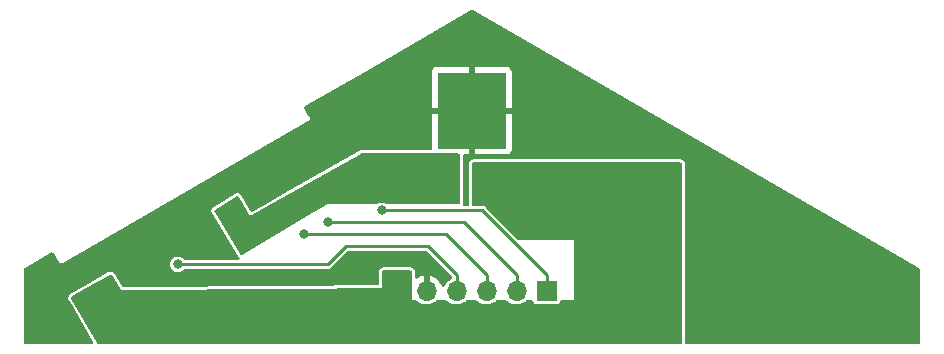
<source format=gbr>
%TF.GenerationSoftware,KiCad,Pcbnew,(6.0.2)*%
%TF.CreationDate,2022-06-07T19:59:30+02:00*%
%TF.ProjectId,cup_connect,6375705f-636f-46e6-9e65-63742e6b6963,rev?*%
%TF.SameCoordinates,Original*%
%TF.FileFunction,Copper,L2,Bot*%
%TF.FilePolarity,Positive*%
%FSLAX46Y46*%
G04 Gerber Fmt 4.6, Leading zero omitted, Abs format (unit mm)*
G04 Created by KiCad (PCBNEW (6.0.2)) date 2022-06-07 19:59:30*
%MOMM*%
%LPD*%
G01*
G04 APERTURE LIST*
%TA.AperFunction,ComponentPad*%
%ADD10R,1.700000X1.700000*%
%TD*%
%TA.AperFunction,ComponentPad*%
%ADD11O,1.700000X1.700000*%
%TD*%
%TA.AperFunction,SMDPad,CuDef*%
%ADD12R,1.200000X2.200000*%
%TD*%
%TA.AperFunction,SMDPad,CuDef*%
%ADD13R,5.800000X6.400000*%
%TD*%
%TA.AperFunction,ViaPad*%
%ADD14C,0.800000*%
%TD*%
%TA.AperFunction,Conductor*%
%ADD15C,0.250000*%
%TD*%
G04 APERTURE END LIST*
D10*
%TO.P,J2,1,Pin_1*%
%TO.N,touch*%
X6325000Y-24130000D03*
D11*
%TO.P,J2,2,Pin_2*%
%TO.N,I2C_SDA*%
X3785000Y-24130000D03*
%TO.P,J2,3,Pin_3*%
%TO.N,I2C_SCL*%
X1245000Y-24130000D03*
%TO.P,J2,4,Pin_4*%
%TO.N,LED_IN*%
X-1295000Y-24130000D03*
%TO.P,J2,5,Pin_5*%
%TO.N,GND*%
X-3835000Y-24130000D03*
%TO.P,J2,6,Pin_6*%
%TO.N,+5V*%
X-6375000Y-24130000D03*
%TD*%
D12*
%TO.P,U1,1,VI*%
%TO.N,+5V*%
X2280000Y-15122000D03*
D13*
%TO.P,U1,2,GND*%
%TO.N,GND*%
X0Y-8822000D03*
D12*
%TO.P,U1,3,VO*%
%TO.N,+3V3*%
X-2280000Y-15122000D03*
%TD*%
D14*
%TO.N,+3V3*%
X-6096000Y-14224000D03*
%TO.N,+5V*%
X5842000Y-14986000D03*
%TO.N,GND*%
X2032000Y-7112000D03*
X0Y-11176000D03*
X-2032000Y-9144000D03*
X0Y-9144000D03*
X-24688800Y-20015200D03*
X-22504400Y-18745200D03*
X0Y-7112000D03*
X2032000Y-11176000D03*
X-2032000Y-7112000D03*
X2032000Y-9144000D03*
X-2032000Y-11176000D03*
%TO.N,+5V*%
X-31292800Y-23774400D03*
%TO.N,LED_IN*%
X-24892000Y-21844000D03*
%TO.N,touch*%
X-7620000Y-17272000D03*
%TO.N,I2C_SDA*%
X-12192000Y-18288000D03*
%TO.N,I2C_SCL*%
X-14224000Y-19304000D03*
%TD*%
D15*
%TO.N,touch*%
X6325000Y-22708000D02*
X889000Y-17272000D01*
X6325000Y-24130000D02*
X6325000Y-22708000D01*
%TO.N,I2C_SDA*%
X3785000Y-22708000D02*
X-635000Y-18288000D01*
X3785000Y-24130000D02*
X3785000Y-22708000D01*
%TO.N,I2C_SCL*%
X1245000Y-22708000D02*
X-2159000Y-19304000D01*
X1245000Y-24130000D02*
X1245000Y-22708000D01*
%TO.N,LED_IN*%
X-1295000Y-24130000D02*
X-1295000Y-22708000D01*
X-1295000Y-22708000D02*
X-3683000Y-20320000D01*
X-10668000Y-20320000D02*
X-12192000Y-21844000D01*
X-3683000Y-20320000D02*
X-10668000Y-20320000D01*
X-12192000Y-21844000D02*
X-24892000Y-21844000D01*
%TO.N,touch*%
X889000Y-17272000D02*
X-7620000Y-17272000D01*
%TO.N,I2C_SDA*%
X-635000Y-18288000D02*
X-12192000Y-18288000D01*
%TO.N,I2C_SCL*%
X-2159000Y-19304000D02*
X-14224000Y-19304000D01*
%TD*%
%TA.AperFunction,Conductor*%
%TO.N,+5V*%
G36*
X17722121Y-13228002D02*
G01*
X17768614Y-13281658D01*
X17780000Y-13334000D01*
X17780000Y-28470000D01*
X17759998Y-28538121D01*
X17706342Y-28584614D01*
X17654001Y-28596000D01*
X-19684722Y-28595999D01*
X-31628594Y-28595999D01*
X-31696715Y-28575997D01*
X-31737993Y-28532512D01*
X-33906374Y-24737844D01*
X-33922804Y-24668775D01*
X-33899285Y-24601788D01*
X-33859662Y-24566032D01*
X-32646036Y-23869970D01*
X-30638555Y-22718602D01*
X-30569513Y-22702061D01*
X-30502488Y-22725474D01*
X-30467472Y-22763666D01*
X-29808311Y-23876000D01*
X-29718000Y-24028400D01*
X-15312887Y-23929054D01*
X-7638117Y-23876125D01*
X-7620000Y-23876000D01*
X-7620000Y-22478000D01*
X-7599998Y-22409879D01*
X-7546342Y-22363386D01*
X-7494000Y-22352000D01*
X-5206000Y-22352000D01*
X-5137879Y-22372002D01*
X-5091386Y-22425658D01*
X-5080000Y-22478000D01*
X-5080000Y-24892000D01*
X-4686979Y-24892000D01*
X-4618858Y-24912002D01*
X-4599058Y-24927746D01*
X-4537207Y-24987998D01*
X-4537202Y-24988002D01*
X-4533062Y-24992035D01*
X-4364280Y-25104812D01*
X-4358977Y-25107090D01*
X-4358974Y-25107092D01*
X-4227717Y-25163484D01*
X-4177772Y-25184942D01*
X-4104756Y-25201464D01*
X-3985421Y-25228467D01*
X-3985416Y-25228468D01*
X-3979784Y-25229742D01*
X-3974013Y-25229969D01*
X-3974011Y-25229969D01*
X-3914244Y-25232317D01*
X-3776947Y-25237712D01*
X-3669652Y-25222155D01*
X-3581769Y-25209413D01*
X-3581764Y-25209412D01*
X-3576055Y-25208584D01*
X-3570591Y-25206729D01*
X-3570586Y-25206728D01*
X-3389307Y-25145192D01*
X-3389302Y-25145190D01*
X-3383835Y-25143334D01*
X-3206724Y-25044147D01*
X-3159735Y-25005067D01*
X-3058808Y-24921126D01*
X-2993643Y-24892945D01*
X-2978238Y-24892000D01*
X-2146979Y-24892000D01*
X-2078858Y-24912002D01*
X-2059058Y-24927746D01*
X-1997207Y-24987998D01*
X-1997202Y-24988002D01*
X-1993062Y-24992035D01*
X-1824280Y-25104812D01*
X-1818977Y-25107090D01*
X-1818974Y-25107092D01*
X-1687717Y-25163484D01*
X-1637772Y-25184942D01*
X-1564756Y-25201464D01*
X-1445421Y-25228467D01*
X-1445416Y-25228468D01*
X-1439784Y-25229742D01*
X-1434013Y-25229969D01*
X-1434011Y-25229969D01*
X-1374244Y-25232317D01*
X-1236947Y-25237712D01*
X-1129652Y-25222155D01*
X-1041769Y-25209413D01*
X-1041764Y-25209412D01*
X-1036055Y-25208584D01*
X-1030591Y-25206729D01*
X-1030586Y-25206728D01*
X-849307Y-25145192D01*
X-849302Y-25145190D01*
X-843835Y-25143334D01*
X-666724Y-25044147D01*
X-619735Y-25005067D01*
X-518808Y-24921126D01*
X-453643Y-24892945D01*
X-438238Y-24892000D01*
X393021Y-24892000D01*
X461142Y-24912002D01*
X480942Y-24927746D01*
X542793Y-24987998D01*
X542798Y-24988002D01*
X546938Y-24992035D01*
X715720Y-25104812D01*
X721023Y-25107090D01*
X721026Y-25107092D01*
X852283Y-25163484D01*
X902228Y-25184942D01*
X975244Y-25201464D01*
X1094579Y-25228467D01*
X1094584Y-25228468D01*
X1100216Y-25229742D01*
X1105987Y-25229969D01*
X1105989Y-25229969D01*
X1165756Y-25232317D01*
X1303053Y-25237712D01*
X1410348Y-25222155D01*
X1498231Y-25209413D01*
X1498236Y-25209412D01*
X1503945Y-25208584D01*
X1509409Y-25206729D01*
X1509414Y-25206728D01*
X1690693Y-25145192D01*
X1690698Y-25145190D01*
X1696165Y-25143334D01*
X1873276Y-25044147D01*
X1920265Y-25005067D01*
X2021192Y-24921126D01*
X2086357Y-24892945D01*
X2101762Y-24892000D01*
X2933021Y-24892000D01*
X3001142Y-24912002D01*
X3020942Y-24927746D01*
X3082793Y-24987998D01*
X3082798Y-24988002D01*
X3086938Y-24992035D01*
X3255720Y-25104812D01*
X3261023Y-25107090D01*
X3261026Y-25107092D01*
X3392283Y-25163484D01*
X3442228Y-25184942D01*
X3515244Y-25201464D01*
X3634579Y-25228467D01*
X3634584Y-25228468D01*
X3640216Y-25229742D01*
X3645987Y-25229969D01*
X3645989Y-25229969D01*
X3705756Y-25232317D01*
X3843053Y-25237712D01*
X3950348Y-25222155D01*
X4038231Y-25209413D01*
X4038236Y-25209412D01*
X4043945Y-25208584D01*
X4049409Y-25206729D01*
X4049414Y-25206728D01*
X4230693Y-25145192D01*
X4230698Y-25145190D01*
X4236165Y-25143334D01*
X4413276Y-25044147D01*
X4460265Y-25005067D01*
X4561192Y-24921126D01*
X4626357Y-24892945D01*
X4641762Y-24892000D01*
X5095775Y-24892000D01*
X5163896Y-24912002D01*
X5210389Y-24965658D01*
X5220501Y-25003174D01*
X5220501Y-25005066D01*
X5235266Y-25079301D01*
X5242161Y-25089620D01*
X5242162Y-25089622D01*
X5282516Y-25150015D01*
X5291516Y-25163484D01*
X5375699Y-25219734D01*
X5449933Y-25234500D01*
X6324858Y-25234500D01*
X7200066Y-25234499D01*
X7235818Y-25227388D01*
X7262126Y-25222156D01*
X7262128Y-25222155D01*
X7274301Y-25219734D01*
X7284621Y-25212839D01*
X7284622Y-25212838D01*
X7348168Y-25170377D01*
X7358484Y-25163484D01*
X7414734Y-25079301D01*
X7429500Y-25005067D01*
X7429500Y-25003998D01*
X7455414Y-24939820D01*
X7513368Y-24898809D01*
X7554226Y-24892000D01*
X8636000Y-24892000D01*
X8636000Y-19812000D01*
X4017884Y-19812000D01*
X3949763Y-19791998D01*
X3928789Y-19775095D01*
X1195478Y-17041784D01*
X1180336Y-17023036D01*
X1179221Y-17021811D01*
X1173571Y-17013060D01*
X1165393Y-17006613D01*
X1165391Y-17006611D01*
X1147200Y-16992271D01*
X1142759Y-16988325D01*
X1142697Y-16988398D01*
X1138733Y-16985039D01*
X1135056Y-16981362D01*
X1119308Y-16970108D01*
X1114638Y-16966602D01*
X1074353Y-16934844D01*
X1065719Y-16931812D01*
X1058266Y-16926486D01*
X1009150Y-16911797D01*
X1003508Y-16909964D01*
X962633Y-16895610D01*
X962632Y-16895610D01*
X955149Y-16892982D01*
X949584Y-16892500D01*
X946876Y-16892500D01*
X944242Y-16892386D01*
X944144Y-16892357D01*
X944151Y-16892193D01*
X943447Y-16892149D01*
X937222Y-16890287D01*
X883365Y-16892403D01*
X878418Y-16892500D01*
X126000Y-16892500D01*
X57879Y-16872498D01*
X11386Y-16818842D01*
X0Y-16766500D01*
X0Y-13334000D01*
X20002Y-13265879D01*
X73658Y-13219386D01*
X126000Y-13208000D01*
X17654000Y-13208000D01*
X17722121Y-13228002D01*
G37*
%TD.AperFunction*%
%TD*%
%TA.AperFunction,Conductor*%
%TO.N,+3V3*%
G36*
X-1073879Y-12466002D02*
G01*
X-1027386Y-12519658D01*
X-1016000Y-12572000D01*
X-1016000Y-16638000D01*
X-1036002Y-16706121D01*
X-1089658Y-16752614D01*
X-1142000Y-16764000D01*
X-7158262Y-16764000D01*
X-7226383Y-16743998D01*
X-7231757Y-16739916D01*
X-7231815Y-16740000D01*
X-7238053Y-16735664D01*
X-7243725Y-16730611D01*
X-7251111Y-16726700D01*
X-7377012Y-16660039D01*
X-7377011Y-16660039D01*
X-7383726Y-16656484D01*
X-7537367Y-16617892D01*
X-7544966Y-16617852D01*
X-7544967Y-16617852D01*
X-7610819Y-16617507D01*
X-7695779Y-16617062D01*
X-7703159Y-16618834D01*
X-7703161Y-16618834D01*
X-7842437Y-16652271D01*
X-7842440Y-16652272D01*
X-7849816Y-16654043D01*
X-7990586Y-16726700D01*
X-7997748Y-16732948D01*
X-7999015Y-16733532D01*
X-8002591Y-16735962D01*
X-8002996Y-16735366D01*
X-8062228Y-16762657D01*
X-8080578Y-16764000D01*
X-12192000Y-16764000D01*
X-13917771Y-17775659D01*
X-19450404Y-21018926D01*
X-19519287Y-21036120D01*
X-19586531Y-21013344D01*
X-19622169Y-20975052D01*
X-21780342Y-17378097D01*
X-21798238Y-17309393D01*
X-21776149Y-17241921D01*
X-21739080Y-17206425D01*
X-19923149Y-16071468D01*
X-19854781Y-16052326D01*
X-19786918Y-16073185D01*
X-19746970Y-16115803D01*
X-19064918Y-17309393D01*
X-18796000Y-17780000D01*
X-17005905Y-16764000D01*
X-9426930Y-12462420D01*
X-9364736Y-12446000D01*
X-1142000Y-12446000D01*
X-1073879Y-12466002D01*
G37*
%TD.AperFunction*%
%TD*%
%TA.AperFunction,Conductor*%
%TO.N,GND*%
G36*
X63000Y-329667D02*
G01*
X37856808Y-22149931D01*
X37861782Y-22152803D01*
X37910775Y-22204185D01*
X37924782Y-22261971D01*
X37922348Y-28470049D01*
X37902319Y-28538162D01*
X37848645Y-28584634D01*
X37796348Y-28596000D01*
X18160000Y-28596000D01*
X18091879Y-28575998D01*
X18045386Y-28522342D01*
X18034000Y-28470000D01*
X18034000Y-13334000D01*
X18028196Y-13280010D01*
X18024374Y-13262440D01*
X18017170Y-13229322D01*
X18017168Y-13229315D01*
X18016810Y-13227668D01*
X18009616Y-13201445D01*
X17986403Y-13160680D01*
X17963638Y-13120702D01*
X17963635Y-13120698D01*
X17960575Y-13115324D01*
X17924697Y-13073918D01*
X17915922Y-13063791D01*
X17915917Y-13063786D01*
X17914082Y-13061668D01*
X17881498Y-13030227D01*
X17793681Y-12984291D01*
X17725560Y-12964289D01*
X17721101Y-12963648D01*
X17721097Y-12963647D01*
X17689780Y-12959145D01*
X17654000Y-12954000D01*
X126000Y-12954000D01*
X122653Y-12954360D01*
X122649Y-12954360D01*
X75374Y-12959442D01*
X75367Y-12959443D01*
X72010Y-12959804D01*
X68710Y-12960522D01*
X68709Y-12960522D01*
X21322Y-12970830D01*
X21315Y-12970832D01*
X19668Y-12971190D01*
X-6555Y-12978384D01*
X-47320Y-13001597D01*
X-87298Y-13024362D01*
X-87302Y-13024365D01*
X-92676Y-13027425D01*
X-97353Y-13031478D01*
X-129945Y-13059719D01*
X-146332Y-13073918D01*
X-177773Y-13106502D01*
X-223709Y-13194319D01*
X-243711Y-13262440D01*
X-254000Y-13334000D01*
X-254000Y-16766500D01*
X-274002Y-16834621D01*
X-327658Y-16881114D01*
X-380000Y-16892500D01*
X-657689Y-16892500D01*
X-725810Y-16872498D01*
X-772303Y-16818842D01*
X-782407Y-16748568D01*
X-778585Y-16731001D01*
X-772289Y-16709560D01*
X-762000Y-16638000D01*
X-762000Y-12656000D01*
X-741998Y-12587879D01*
X-688342Y-12541386D01*
X-636000Y-12530000D01*
X-272115Y-12530000D01*
X-256876Y-12525525D01*
X-255671Y-12524135D01*
X-254000Y-12516452D01*
X-254000Y-12511884D01*
X254000Y-12511884D01*
X258475Y-12527123D01*
X259865Y-12528328D01*
X267548Y-12529999D01*
X2944669Y-12529999D01*
X2951490Y-12529629D01*
X3002352Y-12524105D01*
X3017604Y-12520479D01*
X3138054Y-12475324D01*
X3153649Y-12466786D01*
X3255724Y-12390285D01*
X3268285Y-12377724D01*
X3344786Y-12275649D01*
X3353324Y-12260054D01*
X3398478Y-12139606D01*
X3402105Y-12124351D01*
X3407631Y-12073486D01*
X3408000Y-12066672D01*
X3408000Y-9094115D01*
X3403525Y-9078876D01*
X3402135Y-9077671D01*
X3394452Y-9076000D01*
X272115Y-9076000D01*
X256876Y-9080475D01*
X255671Y-9081865D01*
X254000Y-9089548D01*
X254000Y-12511884D01*
X-254000Y-12511884D01*
X-254000Y-9094115D01*
X-258475Y-9078876D01*
X-259865Y-9077671D01*
X-267548Y-9076000D01*
X-3389884Y-9076000D01*
X-3405123Y-9080475D01*
X-3406328Y-9081865D01*
X-3407999Y-9089548D01*
X-3407999Y-12066000D01*
X-3428001Y-12134121D01*
X-3481657Y-12180614D01*
X-3533999Y-12192000D01*
X-9364736Y-12192000D01*
X-9368773Y-12192524D01*
X-9368774Y-12192524D01*
X-9425538Y-12199891D01*
X-9425541Y-12199892D01*
X-9429574Y-12200415D01*
X-9491768Y-12216835D01*
X-9552306Y-12241520D01*
X-9555837Y-12243524D01*
X-9555845Y-12243528D01*
X-15997282Y-15899479D01*
X-17131281Y-16543100D01*
X-18591858Y-17372076D01*
X-18660972Y-17388306D01*
X-18727891Y-17364591D01*
X-18763449Y-17325010D01*
X-18844384Y-17183374D01*
X-19524610Y-15992979D01*
X-19524612Y-15992975D01*
X-19526436Y-15989784D01*
X-19561654Y-15942097D01*
X-19601602Y-15899479D01*
X-19606585Y-15894797D01*
X-19619090Y-15883045D01*
X-19619094Y-15883042D01*
X-19625061Y-15877435D01*
X-19632272Y-15873546D01*
X-19632274Y-15873545D01*
X-19668040Y-15854258D01*
X-19712292Y-15830395D01*
X-19723747Y-15826874D01*
X-19777466Y-15810362D01*
X-19777477Y-15810359D01*
X-19780155Y-15809536D01*
X-19790898Y-15807258D01*
X-19815633Y-15802013D01*
X-19815635Y-15802013D01*
X-19824449Y-15800144D01*
X-19833436Y-15800834D01*
X-19833437Y-15800834D01*
X-19868971Y-15803563D01*
X-19923264Y-15807732D01*
X-19991632Y-15826874D01*
X-20057769Y-15856076D01*
X-20061585Y-15858461D01*
X-21870952Y-16989315D01*
X-21870959Y-16989320D01*
X-21873700Y-16991033D01*
X-21914751Y-17022970D01*
X-21951820Y-17058466D01*
X-21968925Y-17076532D01*
X-22017542Y-17162894D01*
X-22039631Y-17230366D01*
X-22049827Y-17274482D01*
X-22049301Y-17283473D01*
X-22049301Y-17283476D01*
X-22044553Y-17364591D01*
X-22044036Y-17373418D01*
X-22026140Y-17442122D01*
X-21998145Y-17508779D01*
X-21995829Y-17512639D01*
X-20061569Y-20736405D01*
X-19839972Y-21105734D01*
X-19808102Y-21148098D01*
X-19772464Y-21186390D01*
X-19753877Y-21204424D01*
X-19712138Y-21228484D01*
X-19710657Y-21229338D01*
X-19661629Y-21280687D01*
X-19648145Y-21350392D01*
X-19674487Y-21416321D01*
X-19732292Y-21457542D01*
X-19773583Y-21464500D01*
X-24292318Y-21464500D01*
X-24360439Y-21444498D01*
X-24386886Y-21418860D01*
X-24388122Y-21419949D01*
X-24393145Y-21414251D01*
X-24397447Y-21407992D01*
X-24515725Y-21302611D01*
X-24523111Y-21298700D01*
X-24649012Y-21232039D01*
X-24649011Y-21232039D01*
X-24655726Y-21228484D01*
X-24809367Y-21189892D01*
X-24816966Y-21189852D01*
X-24816967Y-21189852D01*
X-24882819Y-21189507D01*
X-24967779Y-21189062D01*
X-24975159Y-21190834D01*
X-24975161Y-21190834D01*
X-25114437Y-21224271D01*
X-25114440Y-21224272D01*
X-25121816Y-21226043D01*
X-25262586Y-21298700D01*
X-25381961Y-21402838D01*
X-25473050Y-21532444D01*
X-25475810Y-21539524D01*
X-25521298Y-21656195D01*
X-25530594Y-21680037D01*
X-25531586Y-21687570D01*
X-25531586Y-21687571D01*
X-25549517Y-21823774D01*
X-25551271Y-21837096D01*
X-25542969Y-21912291D01*
X-25537671Y-21960275D01*
X-25533887Y-21994553D01*
X-25531277Y-22001684D01*
X-25531277Y-22001686D01*
X-25483897Y-22131158D01*
X-25479447Y-22143319D01*
X-25475211Y-22149622D01*
X-25475211Y-22149623D01*
X-25426141Y-22222646D01*
X-25391092Y-22274805D01*
X-25385474Y-22279917D01*
X-25286451Y-22370020D01*
X-25273924Y-22381419D01*
X-25134707Y-22457008D01*
X-24981478Y-22497207D01*
X-24897523Y-22498526D01*
X-24830681Y-22499576D01*
X-24830678Y-22499576D01*
X-24823084Y-22499695D01*
X-24668668Y-22464329D01*
X-24553567Y-22406440D01*
X-24533928Y-22396563D01*
X-24533925Y-22396561D01*
X-24527145Y-22393151D01*
X-24521374Y-22388222D01*
X-24521371Y-22388220D01*
X-24412458Y-22295199D01*
X-24412457Y-22295198D01*
X-24406686Y-22290269D01*
X-24396414Y-22275974D01*
X-24340419Y-22232326D01*
X-24294091Y-22223500D01*
X-12245920Y-22223500D01*
X-12221972Y-22226049D01*
X-12220307Y-22226128D01*
X-12210124Y-22228320D01*
X-12199783Y-22227096D01*
X-12176777Y-22224373D01*
X-12170846Y-22224023D01*
X-12170854Y-22223928D01*
X-12165676Y-22223500D01*
X-12160476Y-22223500D01*
X-12155347Y-22222646D01*
X-12155344Y-22222646D01*
X-12141435Y-22220331D01*
X-12135557Y-22219494D01*
X-12094999Y-22214694D01*
X-12094998Y-22214694D01*
X-12084659Y-22213470D01*
X-12076407Y-22209507D01*
X-12067374Y-22208004D01*
X-12058205Y-22203057D01*
X-12058203Y-22203056D01*
X-12022268Y-22183666D01*
X-12016975Y-22180969D01*
X-11977918Y-22162215D01*
X-11977914Y-22162212D01*
X-11970768Y-22158781D01*
X-11966492Y-22155186D01*
X-11964569Y-22153263D01*
X-11962637Y-22151491D01*
X-11962558Y-22151448D01*
X-11962445Y-22151572D01*
X-11961905Y-22151096D01*
X-11956186Y-22148010D01*
X-11919583Y-22108413D01*
X-11916154Y-22104848D01*
X-10547710Y-20736405D01*
X-10485398Y-20702379D01*
X-10458615Y-20699500D01*
X-3892384Y-20699500D01*
X-3824263Y-20719502D01*
X-3803289Y-20736405D01*
X-1711405Y-22828289D01*
X-1677379Y-22890601D01*
X-1674500Y-22917384D01*
X-1674500Y-23004839D01*
X-1694502Y-23072960D01*
X-1748158Y-23119453D01*
X-1756882Y-23123049D01*
X-1772537Y-23128824D01*
X-1946990Y-23232612D01*
X-1951330Y-23236418D01*
X-1951334Y-23236421D01*
X-2095267Y-23362648D01*
X-2099608Y-23366455D01*
X-2225280Y-23525869D01*
X-2227969Y-23530980D01*
X-2227971Y-23530983D01*
X-2317411Y-23700980D01*
X-2366830Y-23751952D01*
X-2435963Y-23768115D01*
X-2502859Y-23744336D01*
X-2542997Y-23689973D01*
X-2545045Y-23690863D01*
X-2632028Y-23490814D01*
X-2636895Y-23481739D01*
X-2752574Y-23302926D01*
X-2758864Y-23294757D01*
X-2902194Y-23137240D01*
X-2909727Y-23130215D01*
X-3076861Y-22998222D01*
X-3085448Y-22992517D01*
X-3271883Y-22889599D01*
X-3281295Y-22885369D01*
X-3482041Y-22814280D01*
X-3492012Y-22811646D01*
X-3563163Y-22798972D01*
X-3576460Y-22800432D01*
X-3581000Y-22814989D01*
X-3581000Y-24258000D01*
X-3601002Y-24326121D01*
X-3654658Y-24372614D01*
X-3707000Y-24384000D01*
X-3963000Y-24384000D01*
X-4031121Y-24363998D01*
X-4077614Y-24310342D01*
X-4089000Y-24258000D01*
X-4089000Y-22813102D01*
X-4092918Y-22799758D01*
X-4107194Y-22797771D01*
X-4145676Y-22803660D01*
X-4155712Y-22806051D01*
X-4358132Y-22872212D01*
X-4367641Y-22876209D01*
X-4556537Y-22974542D01*
X-4565262Y-22980036D01*
X-4624347Y-23024399D01*
X-4690831Y-23049305D01*
X-4760227Y-23034313D01*
X-4810501Y-22984183D01*
X-4826000Y-22923639D01*
X-4826000Y-22478000D01*
X-4826480Y-22473537D01*
X-4831442Y-22427374D01*
X-4831443Y-22427367D01*
X-4831804Y-22424010D01*
X-4835626Y-22406440D01*
X-4842830Y-22373322D01*
X-4842832Y-22373315D01*
X-4843190Y-22371668D01*
X-4850384Y-22345445D01*
X-4878996Y-22295199D01*
X-4896362Y-22264702D01*
X-4896365Y-22264698D01*
X-4899425Y-22259324D01*
X-4930096Y-22223928D01*
X-4944078Y-22207791D01*
X-4944083Y-22207786D01*
X-4945918Y-22205668D01*
X-4978502Y-22174227D01*
X-5066319Y-22128291D01*
X-5134440Y-22108289D01*
X-5138899Y-22107648D01*
X-5138903Y-22107647D01*
X-5170220Y-22103145D01*
X-5206000Y-22098000D01*
X-7494000Y-22098000D01*
X-7497347Y-22098360D01*
X-7497351Y-22098360D01*
X-7544626Y-22103442D01*
X-7544633Y-22103443D01*
X-7547990Y-22103804D01*
X-7551290Y-22104522D01*
X-7551291Y-22104522D01*
X-7598678Y-22114830D01*
X-7598685Y-22114832D01*
X-7600332Y-22115190D01*
X-7626555Y-22122384D01*
X-7650791Y-22136185D01*
X-7707298Y-22168362D01*
X-7707302Y-22168365D01*
X-7712676Y-22171425D01*
X-7717353Y-22175478D01*
X-7762611Y-22214694D01*
X-7766332Y-22217918D01*
X-7797773Y-22250502D01*
X-7843709Y-22338319D01*
X-7863711Y-22406440D01*
X-7874000Y-22478000D01*
X-7874000Y-23498612D01*
X-7894002Y-23566733D01*
X-7947658Y-23613226D01*
X-7999131Y-23624609D01*
X-15314639Y-23675060D01*
X-29501492Y-23772901D01*
X-29569749Y-23753369D01*
X-29610758Y-23711139D01*
X-29610820Y-23711033D01*
X-30133928Y-22828289D01*
X-30247298Y-22636977D01*
X-30247299Y-22636975D01*
X-30248958Y-22634176D01*
X-30273370Y-22601285D01*
X-30278307Y-22594633D01*
X-30278309Y-22594631D01*
X-30280251Y-22592014D01*
X-30315267Y-22553822D01*
X-30317216Y-22551899D01*
X-30327808Y-22541446D01*
X-30327812Y-22541443D01*
X-30333337Y-22535991D01*
X-30372243Y-22513069D01*
X-30413388Y-22488827D01*
X-30413391Y-22488826D01*
X-30418725Y-22485683D01*
X-30424571Y-22483641D01*
X-30424573Y-22483640D01*
X-30483093Y-22463198D01*
X-30483096Y-22463197D01*
X-30485750Y-22462270D01*
X-30529660Y-22451207D01*
X-30616482Y-22454577D01*
X-30622509Y-22454811D01*
X-30628691Y-22455051D01*
X-30697733Y-22471592D01*
X-30701910Y-22473250D01*
X-30701912Y-22473251D01*
X-30735957Y-22486768D01*
X-30764925Y-22498269D01*
X-30768828Y-22500508D01*
X-30768831Y-22500509D01*
X-32495488Y-23490814D01*
X-32772406Y-23649637D01*
X-33986032Y-24345699D01*
X-34029829Y-24377461D01*
X-34032314Y-24379704D01*
X-34032322Y-24379710D01*
X-34068207Y-24412093D01*
X-34068217Y-24412103D01*
X-34069452Y-24413217D01*
X-34088500Y-24432337D01*
X-34138943Y-24517645D01*
X-34140994Y-24523487D01*
X-34160878Y-24580121D01*
X-34162462Y-24584632D01*
X-34173594Y-24628518D01*
X-34173259Y-24637523D01*
X-34173259Y-24637524D01*
X-34173188Y-24639422D01*
X-34169909Y-24727556D01*
X-34153479Y-24796625D01*
X-34126908Y-24863863D01*
X-34058834Y-24982992D01*
X-32101982Y-28407486D01*
X-32085552Y-28476555D01*
X-32109071Y-28543542D01*
X-32165073Y-28587181D01*
X-32211381Y-28595999D01*
X-37796244Y-28595999D01*
X-37864365Y-28575997D01*
X-37910858Y-28522341D01*
X-37922244Y-28469950D01*
X-37919809Y-22258999D01*
X-37899780Y-22190888D01*
X-37856811Y-22149933D01*
X-36979422Y-21643372D01*
X-36979420Y-21643371D01*
X-36968419Y-21637020D01*
X-35579228Y-20834969D01*
X-35510233Y-20818231D01*
X-35443141Y-20841451D01*
X-35407110Y-20881087D01*
X-35031049Y-21532444D01*
X-34990821Y-21602122D01*
X-34980627Y-21624620D01*
X-34976418Y-21637020D01*
X-34968239Y-21646346D01*
X-34968237Y-21646350D01*
X-34959604Y-21656194D01*
X-34959601Y-21656197D01*
X-34909794Y-21712992D01*
X-34819167Y-21757684D01*
X-34806782Y-21758496D01*
X-34806781Y-21758496D01*
X-34778619Y-21760342D01*
X-34718336Y-21764293D01*
X-34718335Y-21764293D01*
X-34646803Y-21740011D01*
X-34646801Y-21740010D01*
X-34634398Y-21735800D01*
X-34634397Y-21735799D01*
X-34622651Y-21731812D01*
X-34613325Y-21723633D01*
X-34613321Y-21723631D01*
X-34612800Y-21723174D01*
X-34592726Y-21708790D01*
X-13872944Y-9746217D01*
X-13850446Y-9736023D01*
X-13849788Y-9735800D01*
X-13849787Y-9735800D01*
X-13838040Y-9731812D01*
X-13762068Y-9665187D01*
X-13717376Y-9574560D01*
X-13710767Y-9473729D01*
X-13735049Y-9402197D01*
X-13735050Y-9402195D01*
X-13735056Y-9402180D01*
X-13739260Y-9389797D01*
X-13739261Y-9389796D01*
X-13743250Y-9378044D01*
X-13751880Y-9368203D01*
X-13766269Y-9348124D01*
X-13919993Y-9081865D01*
X-14182558Y-8627090D01*
X-14199296Y-8558095D01*
X-14196455Y-8549885D01*
X-3408000Y-8549885D01*
X-3403525Y-8565124D01*
X-3402135Y-8566329D01*
X-3394452Y-8568000D01*
X-272115Y-8568000D01*
X-256876Y-8563525D01*
X-255671Y-8562135D01*
X-254000Y-8554452D01*
X-254000Y-8549885D01*
X254000Y-8549885D01*
X258475Y-8565124D01*
X259865Y-8566329D01*
X267548Y-8568000D01*
X3389884Y-8568000D01*
X3405123Y-8563525D01*
X3406328Y-8562135D01*
X3407999Y-8554452D01*
X3407999Y-5577331D01*
X3407629Y-5570510D01*
X3402105Y-5519648D01*
X3398479Y-5504396D01*
X3353324Y-5383946D01*
X3344786Y-5368351D01*
X3268285Y-5266276D01*
X3255724Y-5253715D01*
X3153649Y-5177214D01*
X3138054Y-5168676D01*
X3017606Y-5123522D01*
X3002351Y-5119895D01*
X2951486Y-5114369D01*
X2944672Y-5114000D01*
X272115Y-5114000D01*
X256876Y-5118475D01*
X255671Y-5119865D01*
X254000Y-5127548D01*
X254000Y-8549885D01*
X-254000Y-8549885D01*
X-254000Y-5132116D01*
X-258475Y-5116877D01*
X-259865Y-5115672D01*
X-267548Y-5114001D01*
X-2944669Y-5114001D01*
X-2951490Y-5114371D01*
X-3002352Y-5119895D01*
X-3017604Y-5123521D01*
X-3138054Y-5168676D01*
X-3153649Y-5177214D01*
X-3255724Y-5253715D01*
X-3268285Y-5266276D01*
X-3344786Y-5368351D01*
X-3353324Y-5383946D01*
X-3398478Y-5504394D01*
X-3402105Y-5519649D01*
X-3407631Y-5570514D01*
X-3408000Y-5577328D01*
X-3408000Y-8549885D01*
X-14196455Y-8549885D01*
X-14176076Y-8491003D01*
X-14136439Y-8454971D01*
X-9052310Y-5519648D01*
X-63000Y-329667D01*
X5995Y-312929D01*
X63000Y-329667D01*
G37*
%TD.AperFunction*%
%TD*%
M02*

</source>
